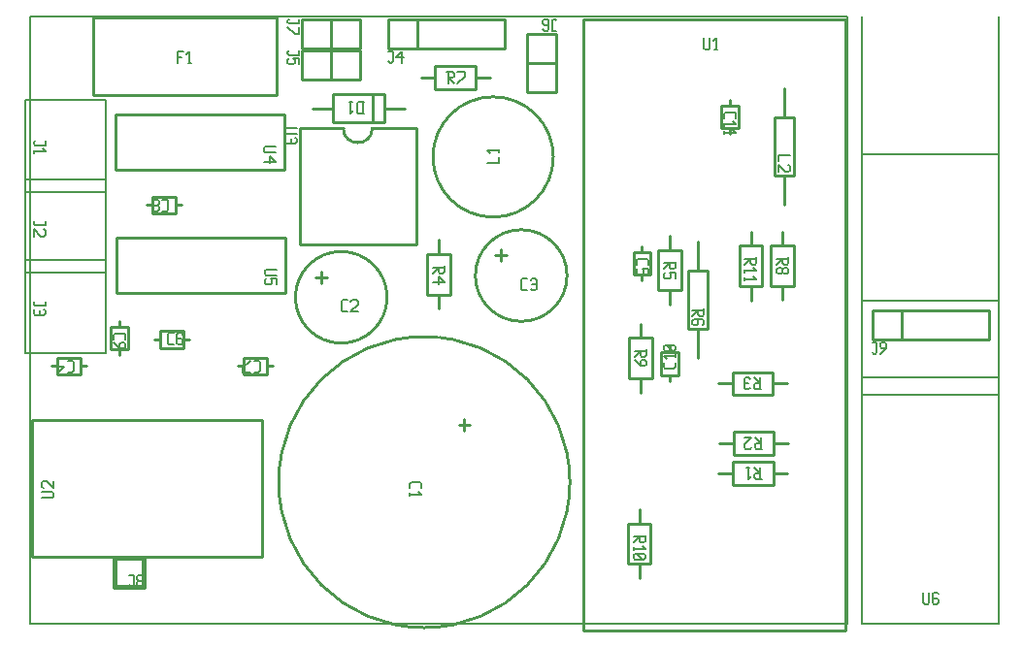
<source format=gbr>
G04 start of page 7 for group -4079 idx -4079 *
G04 Title: (unknown), topsilk *
G04 Creator: pcb 20140316 *
G04 CreationDate: Sun 28 Jan 2018 11:29:02 PM GMT UTC *
G04 For: jeff *
G04 Format: Gerber/RS-274X *
G04 PCB-Dimensions (mm): 85.50 53.98 *
G04 PCB-Coordinate-Origin: lower left *
%MOMM*%
%FSLAX43Y43*%
%LNTOPSILK*%
%ADD122C,0.127*%
%ADD121C,0.254*%
%ADD120C,0.381*%
%ADD119C,0.180*%
%ADD118C,0.152*%
%ADD117C,0.178*%
G54D117*X85000Y475D02*Y53475D01*
X73000D02*Y475D01*
Y20475D02*X85000D01*
X73000Y21975D02*X85000D01*
X73000Y28675D02*X85000D01*
X73000Y41475D02*X85000D01*
G54D118*X500Y53475D02*Y475D01*
G54D119*X71750D01*
Y53475D01*
X500D01*
X73000Y475D02*X85000D01*
G54D120*X7850Y6245D02*Y3705D01*
X10390D02*Y6245D01*
X7850Y3705D02*X10390D01*
X7850Y6245D02*X10390D01*
G54D121*X38366Y17841D02*X38866D01*
X38366Y18341D02*Y17341D01*
X37866Y17841D02*X38866D01*
X34866Y25541D02*G75*G03X22166Y12841I0J-12700D01*G01*
G75*G03X34866Y141I12700J0D01*G01*
G75*G03X47566Y12841I0J12700D01*G01*
G75*G03X34866Y25541I-12700J0D01*G01*
X25870Y30225D02*Y31225D01*
Y30725D01*
X25370D01*
X26370D01*
X31620Y28975D02*G75*G03X27620Y32975I-4000J0D01*G01*
Y24975D02*G75*G03X31620Y28975I0J4000D01*G01*
X23620D02*G75*G03X27620Y24975I4000J0D01*G01*
Y32975D02*G75*G03X23620Y28975I0J-4000D01*G01*
X54620Y9225D02*Y5725D01*
X52620D02*X54620D01*
X52620Y9225D02*Y5725D01*
Y9225D02*X54620D01*
X53620Y10475D02*Y9225D01*
Y5725D02*Y4475D01*
X21120Y23725D02*Y22225D01*
X19120Y23725D02*X21120D01*
X19120D02*Y22225D01*
X21120D01*
X18620Y22975D02*X19120D01*
X21120D02*X21620D01*
X11854Y24571D02*Y26071D01*
X13854Y24571D02*X11854D01*
X13854Y26071D02*Y24571D01*
X11854Y26071D02*X13854D01*
X14354Y25321D02*X13854D01*
X11354D02*X11854D01*
X5952Y53376D02*X21954D01*
Y46645D01*
X5952D01*
Y53376D01*
X22644Y44918D02*Y40092D01*
X7912Y44918D02*X22644D01*
X7912D02*Y40092D01*
X22644D01*
X23980Y43745D02*Y33585D01*
X34140D01*
Y43745D01*
X23980D02*X27790D01*
X30330D02*X34140D01*
X27790D02*G75*G03X30330Y43745I1270J0D01*G01*
X7496Y26421D02*X8996D01*
X7496D02*Y24421D01*
X8996D01*
Y26421D02*Y24421D01*
X8246D02*Y23921D01*
Y26921D02*Y26421D01*
X4870Y23725D02*Y22225D01*
X2870Y23725D02*X4870D01*
X2870D02*Y22225D01*
X4870D01*
X2370Y22975D02*X2870D01*
X4870D02*X5370D01*
G54D122*X46Y32221D02*X7046D01*
Y24121D01*
X46D02*X7046D01*
X46Y32221D02*Y24121D01*
Y39221D02*X7046D01*
Y31121D01*
X46D02*X7046D01*
X46Y39221D02*Y31121D01*
Y46221D02*X7046D01*
Y38121D01*
X46D02*X7046D01*
X46Y46221D02*Y38121D01*
G54D121*X13146Y37779D02*Y36279D01*
X11146Y37779D02*X13146D01*
X11146D02*Y36279D01*
X13146D01*
X10646Y37029D02*X11146D01*
X13146D02*X13646D01*
X54714Y25423D02*Y21923D01*
X52714D02*X54714D01*
X52714Y25423D02*Y21923D01*
Y25423D02*X54714D01*
X53714Y26673D02*Y25423D01*
Y21923D02*Y20673D01*
X61738Y20445D02*X65238D01*
X61738Y22445D02*Y20445D01*
Y22445D02*X65238D01*
Y20445D01*
Y21445D02*X66488D01*
X60488D02*X61738D01*
X55550Y22175D02*X57050D01*
Y24175D02*Y22175D01*
X55550Y24175D02*X57050D01*
X55550D02*Y22175D01*
X56300Y24675D02*Y24175D01*
Y22175D02*Y21675D01*
X57283Y33070D02*Y29570D01*
X55283D02*X57283D01*
X55283Y33070D02*Y29570D01*
Y33070D02*X57283D01*
X56283Y34320D02*Y33070D01*
Y29570D02*Y28320D01*
X58734Y33813D02*Y31273D01*
Y26193D02*Y23653D01*
X59572Y31273D02*Y26193D01*
X57896D02*X59572D01*
X57896Y31273D02*Y26193D01*
Y31273D02*X59572D01*
X61796Y12621D02*X65296D01*
X61796Y14621D02*Y12621D01*
Y14621D02*X65296D01*
Y12621D01*
Y13621D02*X66546D01*
X60546D02*X61796D01*
X61846Y15221D02*X65346D01*
X61846Y17221D02*Y15221D01*
Y17221D02*X65346D01*
Y15221D01*
Y16221D02*X66596D01*
X60596D02*X61846D01*
X67120Y33475D02*Y29975D01*
X65120D02*X67120D01*
X65120Y33475D02*Y29975D01*
Y33475D02*X67120D01*
X66120Y34725D02*Y33475D01*
Y29975D02*Y28725D01*
X73930Y25305D02*X84090D01*
Y27845D02*Y25305D01*
X73930Y27845D02*X84090D01*
X73930D02*Y25305D01*
X76470Y27845D02*Y25305D01*
X73930Y27845D02*X76470D01*
X64346Y33463D02*Y29963D01*
X62346D02*X64346D01*
X62346Y33463D02*Y29963D01*
Y33463D02*X64346D01*
X63346Y34713D02*Y33463D01*
Y29963D02*Y28713D01*
X53104Y32936D02*X54604D01*
X53104D02*Y30936D01*
X54604D01*
Y32936D02*Y30936D01*
X53854D02*Y30436D01*
Y33436D02*Y32936D01*
X48697Y-76D02*Y53264D01*
X71557Y-76D02*X48697D01*
X71557Y53264D02*Y-76D01*
X48697Y53264D02*X71557D01*
X66250Y47225D02*Y44685D01*
Y39605D02*Y37065D01*
X67088Y44685D02*Y39605D01*
X65412D02*X67088D01*
X65412Y44685D02*Y39605D01*
Y44685D02*X67088D01*
X60750Y45725D02*X62250D01*
X60750D02*Y43725D01*
X62250D01*
Y45725D02*Y43725D01*
X61500D02*Y43225D01*
Y46225D02*Y45725D01*
X22744Y34218D02*Y29392D01*
X8012Y34218D02*X22744D01*
X8012D02*Y29392D01*
X22744D01*
X674Y6322D02*X20740D01*
Y18260D02*Y6322D01*
X674Y18260D02*X20740D01*
X674D02*Y6322D01*
X31730Y50705D02*X41890D01*
Y53245D02*Y50705D01*
X31730Y53245D02*X41890D01*
X31730D02*Y50705D01*
X34270Y53245D02*Y50705D01*
X31730Y53245D02*X34270D01*
X26870Y46725D02*X31370D01*
X26870Y44225D02*X31370D01*
Y46725D02*Y44225D01*
X30370Y46725D02*Y44225D01*
X26870Y46725D02*Y44225D01*
X31370Y45475D02*X33120D01*
X25120D02*X26870D01*
X35820Y49145D02*X39320D01*
Y47145D01*
X35820D02*X39320D01*
X35820Y49145D02*Y47145D01*
X34570Y48145D02*X35820D01*
X39320D02*X40570D01*
X43860Y51995D02*X46400D01*
X43860D02*Y46915D01*
X46400D01*
Y51995D02*Y46915D01*
X43860Y51995D02*Y49455D01*
X46400D01*
X24190Y50495D02*Y47955D01*
X29270D01*
Y50495D01*
X24190D01*
Y47955D02*X26730D01*
Y50495D01*
X24190Y53245D02*Y50705D01*
X29270D01*
Y53245D01*
X24190D01*
Y50705D02*X26730D01*
Y53245D01*
X37120Y32725D02*Y29225D01*
X35120D02*X37120D01*
X35120Y32725D02*Y29225D01*
Y32725D02*X37120D01*
X36120Y33975D02*Y32725D01*
Y29225D02*Y27975D01*
X41570Y32125D02*Y33125D01*
Y32625D01*
X41070D01*
X42070D01*
X47320Y30875D02*G75*G03X43320Y34875I-4000J0D01*G01*
Y26875D02*G75*G03X47320Y30875I0J4000D01*G01*
X39320D02*G75*G03X43320Y26875I4000J0D01*G01*
Y34875D02*G75*G03X39320Y30875I0J-4000D01*G01*
X35620Y41225D02*G75*G03X40870Y35975I5250J0D01*G01*
Y46475D02*G75*G03X35620Y41225I0J-5250D01*G01*
X46120Y41225D02*G75*G03X40870Y46475I-5250J0D01*G01*
Y35975D02*G75*G03X46120Y41225I0J5250D01*G01*
G54D122*X9120Y4721D02*X9501D01*
Y3832D01*
X9374Y3705D02*X9501Y3832D01*
X9247Y3705D02*X9374D01*
X9120Y3832D02*X9247Y3705D01*
X9806Y3832D02*X9933Y3705D01*
X9806Y4086D02*Y3832D01*
Y4086D02*X9933Y4213D01*
X10187D01*
X10314Y4086D01*
Y3832D01*
X10187Y3705D02*X10314Y3832D01*
X9933Y3705D02*X10187D01*
X9806Y4340D02*X9933Y4213D01*
X9806Y4594D02*Y4340D01*
Y4594D02*X9933Y4721D01*
X10187D01*
X10314Y4594D01*
Y4340D01*
X10187Y4213D02*X10314Y4340D01*
X33596Y12714D02*Y12333D01*
X33723Y12841D02*X33596Y12714D01*
X33723Y12841D02*X34485D01*
X34612Y12714D01*
Y12333D01*
X33596Y11901D02*Y11647D01*
Y11774D02*X34612D01*
X34358Y12028D02*X34612Y11774D01*
X54116Y8225D02*Y7717D01*
X53989Y7590D01*
X53735D02*X53989D01*
X53608Y7717D02*X53735Y7590D01*
X53608Y8098D02*Y7717D01*
X53100Y8098D02*X54116D01*
X53608D02*X53100Y7590D01*
Y7158D02*Y6904D01*
Y7031D02*X54116D01*
X53862Y7285D02*X54116Y7031D01*
X53227Y6599D02*X53100Y6472D01*
X53227Y6599D02*X53989D01*
X54116Y6472D01*
Y6218D01*
X53989Y6091D01*
X53227D02*X53989D01*
X53100Y6218D02*X53227Y6091D01*
X53100Y6472D02*Y6218D01*
X53354Y6599D02*X53862Y6091D01*
X78390Y3207D02*Y2318D01*
X78517Y2191D01*
X78771D01*
X78898Y2318D01*
Y3207D02*Y2318D01*
X79584Y3207D02*X79711Y3080D01*
X79330Y3207D02*X79584D01*
X79203Y3080D02*X79330Y3207D01*
X79203Y3080D02*Y2318D01*
X79330Y2191D01*
X79584Y2699D02*X79711Y2572D01*
X79203Y2699D02*X79584D01*
X79330Y2191D02*X79584D01*
X79711Y2318D01*
Y2572D02*Y2318D01*
X63788Y13125D02*X64296D01*
X63788D02*X63661Y13252D01*
Y13506D02*Y13252D01*
X63788Y13633D02*X63661Y13506D01*
X63788Y13633D02*X64169D01*
Y14141D02*Y13125D01*
Y13633D02*X63661Y14141D01*
X62975D02*X63229D01*
X63102D02*Y13125D01*
X63356Y13379D02*X63102Y13125D01*
X54210Y24423D02*Y23915D01*
X54083Y23788D01*
X53829D02*X54083D01*
X53702Y23915D02*X53829Y23788D01*
X53702Y24296D02*Y23915D01*
X53194Y24296D02*X54210D01*
X53702D02*X53194Y23788D01*
Y23483D02*X53702Y22975D01*
X54083D01*
X54210Y23102D02*X54083Y22975D01*
X54210Y23356D02*Y23102D01*
X54083Y23483D02*X54210Y23356D01*
X53829Y23483D02*X54083D01*
X53829D02*X53702Y23356D01*
Y22975D01*
X63730Y20949D02*X64238D01*
X63730D02*X63603Y21076D01*
Y21330D02*Y21076D01*
X63730Y21457D02*X63603Y21330D01*
X63730Y21457D02*X64111D01*
Y21965D02*Y20949D01*
Y21457D02*X63603Y21965D01*
X63298Y21076D02*X63171Y20949D01*
X62917D02*X63171D01*
X62917D02*X62790Y21076D01*
Y21838D02*Y21076D01*
X62917Y21965D02*X62790Y21838D01*
X62917Y21965D02*X63171D01*
X63298Y21838D02*X63171Y21965D01*
X62790Y21457D02*X63171D01*
X56771Y23294D02*Y22913D01*
X56644Y22786D02*X56771Y22913D01*
X55882Y22786D02*X56644D01*
X55882D02*X55755Y22913D01*
Y23294D02*Y22913D01*
X56771Y23980D02*Y23726D01*
X55755Y23853D02*X56771D01*
X56009Y23599D02*X55755Y23853D01*
X56644Y24285D02*X56771Y24412D01*
X55882Y24285D02*X56644D01*
X55882D02*X55755Y24412D01*
Y24666D02*Y24412D01*
Y24666D02*X55882Y24793D01*
X56644D01*
X56771Y24666D02*X56644Y24793D01*
X56771Y24666D02*Y24412D01*
X56517Y24285D02*X56009Y24793D01*
X59242Y27971D02*Y27463D01*
X59115Y27336D01*
X58861D02*X59115D01*
X58734Y27463D02*X58861Y27336D01*
X58734Y27844D02*Y27463D01*
X58226Y27844D02*X59242D01*
X58734D02*X58226Y27336D01*
X59242Y26650D02*X59115Y26523D01*
X59242Y26904D02*Y26650D01*
X59115Y27031D02*X59242Y26904D01*
X58353Y27031D02*X59115D01*
X58353D02*X58226Y26904D01*
X58734Y26650D02*X58607Y26523D01*
X58734Y27031D02*Y26650D01*
X58226Y26904D02*Y26650D01*
X58353Y26523D01*
X58607D01*
X66616Y32475D02*Y31967D01*
X66489Y31840D01*
X66235D02*X66489D01*
X66108Y31967D02*X66235Y31840D01*
X66108Y32348D02*Y31967D01*
X65600Y32348D02*X66616D01*
X66108D02*X65600Y31840D01*
X65727Y31535D02*X65600Y31408D01*
X65727Y31535D02*X65981D01*
X66108Y31408D01*
Y31154D01*
X65981Y31027D01*
X65727D02*X65981D01*
X65600Y31154D02*X65727Y31027D01*
X65600Y31408D02*Y31154D01*
X66235Y31535D02*X66108Y31408D01*
X66235Y31535D02*X66489D01*
X66616Y31408D01*
Y31154D01*
X66489Y31027D01*
X66235D02*X66489D01*
X66108Y31154D02*X66235Y31027D01*
X73930Y25051D02*X74311D01*
Y24162D01*
X74184Y24035D02*X74311Y24162D01*
X74057Y24035D02*X74184D01*
X73930Y24162D02*X74057Y24035D01*
X74616D02*X75124Y24543D01*
Y24924D02*Y24543D01*
X74997Y25051D02*X75124Y24924D01*
X74743Y25051D02*X74997D01*
X74616Y24924D02*X74743Y25051D01*
X74616Y24924D02*Y24670D01*
X74743Y24543D01*
X75124D01*
X63838Y15725D02*X64346D01*
X63838D02*X63711Y15852D01*
Y16106D02*Y15852D01*
X63838Y16233D02*X63711Y16106D01*
X63838Y16233D02*X64219D01*
Y16741D02*Y15725D01*
Y16233D02*X63711Y16741D01*
X63406Y15852D02*X63279Y15725D01*
X62898D02*X63279D01*
X62898D02*X62771Y15852D01*
Y16106D02*Y15852D01*
X63406Y16741D02*X62771Y16106D01*
Y16741D02*X63406D01*
X63842Y32463D02*Y31955D01*
X63715Y31828D01*
X63461D02*X63715D01*
X63334Y31955D02*X63461Y31828D01*
X63334Y32336D02*Y31955D01*
X62826Y32336D02*X63842D01*
X63334D02*X62826Y31828D01*
Y31396D02*Y31142D01*
Y31269D02*X63842D01*
X63588Y31523D02*X63842Y31269D01*
X62826Y30710D02*Y30456D01*
Y30583D02*X63842D01*
X63588Y30837D02*X63842Y30583D01*
X56779Y32070D02*Y31562D01*
X56652Y31435D01*
X56398D02*X56652D01*
X56271Y31562D02*X56398Y31435D01*
X56271Y31943D02*Y31562D01*
X55763Y31943D02*X56779D01*
X56271D02*X55763Y31435D01*
X56779Y31130D02*Y30622D01*
X56271Y31130D02*X56779D01*
X56271D02*X56398Y31003D01*
Y30749D01*
X56271Y30622D01*
X55890D02*X56271D01*
X55763Y30749D02*X55890Y30622D01*
X55763Y31003D02*Y30749D01*
X55890Y31130D02*X55763Y31003D01*
X53382Y32198D02*Y31817D01*
X53509Y32325D02*X53382Y32198D01*
X53509Y32325D02*X54271D01*
X54398Y32198D01*
Y31817D01*
Y31512D02*Y31004D01*
X53890Y31512D02*X54398D01*
X53890D02*X54017Y31385D01*
Y31131D01*
X53890Y31004D01*
X53509D02*X53890D01*
X53382Y31131D02*X53509Y31004D01*
X53382Y31385D02*Y31131D01*
X53509Y31512D02*X53382Y31385D01*
X13318Y50455D02*Y49439D01*
Y50455D02*X13826D01*
X13318Y49947D02*X13699D01*
X14258Y49439D02*X14512D01*
X14385Y50455D02*Y49439D01*
X14131Y50201D02*X14385Y50455D01*
X31730Y50451D02*X32111D01*
Y49562D01*
X31984Y49435D02*X32111Y49562D01*
X31857Y49435D02*X31984D01*
X31730Y49562D02*X31857Y49435D01*
X32416Y49943D02*X32924Y50451D01*
X32416Y49943D02*X33051D01*
X32924Y50451D02*Y49435D01*
X29493Y45995D02*Y44979D01*
X29112D02*X28985Y45106D01*
Y45868D02*Y45106D01*
X29112Y45995D02*X28985Y45868D01*
X29112Y45995D02*X29620D01*
X29112Y44979D02*X29620D01*
X28299Y45995D02*X28553D01*
X28426D02*Y44979D01*
X28680Y45233D02*X28426Y44979D01*
X20993Y42124D02*X21882D01*
X20993D02*X20866Y41997D01*
Y41743D01*
X20993Y41616D01*
X21882D01*
X21374Y41311D02*X21882Y40803D01*
X21374Y41311D02*Y40676D01*
X20866Y40803D02*X21882D01*
X36820Y48641D02*X37328D01*
X37455Y48514D01*
Y48260D01*
X37328Y48133D02*X37455Y48260D01*
X36947Y48133D02*X37328D01*
X36947Y48641D02*Y47625D01*
Y48133D02*X37455Y47625D01*
X37760D02*X38395Y48260D01*
Y48641D02*Y48260D01*
X37760Y48641D02*X38395D01*
X21093Y31424D02*X21982D01*
X21093D02*X20966Y31297D01*
Y31043D01*
X21093Y30916D01*
X21982D01*
Y30611D02*Y30103D01*
X21474Y30611D02*X21982D01*
X21474D02*X21601Y30484D01*
Y30230D01*
X21474Y30103D01*
X21093D02*X21474D01*
X20966Y30230D02*X21093Y30103D01*
X20966Y30484D02*Y30230D01*
X21093Y30611D02*X20966Y30484D01*
X7775Y25683D02*Y25302D01*
X7902Y25810D02*X7775Y25683D01*
X7902Y25810D02*X8664D01*
X8791Y25683D01*
Y25302D01*
X7775Y24997D02*X8283Y24489D01*
X8664D01*
X8791Y24616D02*X8664Y24489D01*
X8791Y24870D02*Y24616D01*
X8664Y24997D02*X8791Y24870D01*
X8410Y24997D02*X8664D01*
X8410D02*X8283Y24870D01*
Y24489D01*
X12027Y37500D02*X12408D01*
X12535Y37373D02*X12408Y37500D01*
X12535Y37373D02*Y36611D01*
X12408Y36484D01*
X12027D02*X12408D01*
X11722Y37373D02*X11595Y37500D01*
X11722Y37373D02*Y37119D01*
X11595Y36992D01*
X11341D02*X11595D01*
X11341D02*X11214Y37119D01*
Y37373D02*Y37119D01*
X11341Y37500D02*X11214Y37373D01*
X11341Y37500D02*X11595D01*
X11722Y36865D02*X11595Y36992D01*
X11722Y36865D02*Y36611D01*
X11595Y36484D01*
X11341D02*X11595D01*
X11341D02*X11214Y36611D01*
Y36865D02*Y36611D01*
X11341Y36992D02*X11214Y36865D01*
X20001Y23446D02*X20382D01*
X20509Y23319D02*X20382Y23446D01*
X20509Y23319D02*Y22557D01*
X20382Y22430D01*
X20001D02*X20382D01*
X19696Y23446D02*X19061Y22811D01*
Y22430D01*
X19696D01*
X1515Y11485D02*X2404D01*
X2531Y11612D01*
Y11866D02*Y11612D01*
Y11866D02*X2404Y11993D01*
X1515D02*X2404D01*
X1642Y12298D02*X1515Y12425D01*
Y12806D02*Y12425D01*
Y12806D02*X1642Y12933D01*
X1896D01*
X2531Y12298D02*X1896Y12933D01*
X2531D02*Y12298D01*
X3751Y23446D02*X4132D01*
X4259Y23319D02*X4132Y23446D01*
X4259Y23319D02*Y22557D01*
X4132Y22430D01*
X3751D02*X4132D01*
X3446Y22938D02*X2938Y22430D01*
X2811Y22938D02*X3446D01*
X2938Y23446D02*Y22430D01*
X1792Y28621D02*Y28240D01*
X903D02*X1792D01*
X776Y28367D02*X903Y28240D01*
X776Y28494D02*Y28367D01*
X903Y28621D02*X776Y28494D01*
X1665Y27935D02*X1792Y27808D01*
Y27554D01*
X1665Y27427D01*
X903D02*X1665D01*
X776Y27554D02*X903Y27427D01*
X776Y27808D02*Y27554D01*
X903Y27935D02*X776Y27808D01*
X1284D02*Y27427D01*
X1792Y35621D02*Y35240D01*
X903D02*X1792D01*
X776Y35367D02*X903Y35240D01*
X776Y35494D02*Y35367D01*
X903Y35621D02*X776Y35494D01*
X1665Y34935D02*X1792Y34808D01*
Y34427D01*
X1665Y34300D01*
X1411D02*X1665D01*
X776Y34935D02*X1411Y34300D01*
X776Y34935D02*Y34300D01*
X1792Y42621D02*Y42240D01*
X903D02*X1792D01*
X776Y42367D02*X903Y42240D01*
X776Y42494D02*Y42367D01*
X903Y42621D02*X776Y42494D01*
Y41808D02*Y41554D01*
Y41681D02*X1792D01*
X1538Y41935D02*X1792Y41681D01*
X59238Y51613D02*Y50724D01*
X59365Y50597D01*
X59619D01*
X59746Y50724D01*
Y51613D02*Y50724D01*
X60178Y50597D02*X60432D01*
X60305Y51613D02*Y50597D01*
X60051Y51359D02*X60305Y51613D01*
X65742Y41383D02*X66758D01*
X65742D02*Y40875D01*
X66631Y40570D02*X66758Y40443D01*
Y40062D01*
X66631Y39935D01*
X66377D02*X66631D01*
X65742Y40570D02*X66377Y39935D01*
X65742Y40570D02*Y39935D01*
X61029Y44987D02*Y44606D01*
X61156Y45114D02*X61029Y44987D01*
X61156Y45114D02*X61918D01*
X62045Y44987D01*
Y44606D01*
X61029Y44174D02*Y43920D01*
Y44047D02*X62045D01*
X61791Y44301D02*X62045Y44047D01*
X61029Y43488D02*Y43234D01*
Y43361D02*X62045D01*
X61791Y43615D02*X62045Y43361D01*
X12592Y24850D02*X12973D01*
X12465Y24977D02*X12592Y24850D01*
X12465Y25739D02*Y24977D01*
Y25739D02*X12592Y25866D01*
X12973D01*
X13659D02*X13786Y25739D01*
X13405Y25866D02*X13659D01*
X13278Y25739D02*X13405Y25866D01*
X13278Y25739D02*Y24977D01*
X13405Y24850D01*
X13659Y25358D02*X13786Y25231D01*
X13278Y25358D02*X13659D01*
X13405Y24850D02*X13659D01*
X13786Y24977D01*
Y25231D02*Y24977D01*
X46019Y52249D02*X46400D01*
X46019Y53138D02*Y52249D01*
X46146Y53265D02*X46019Y53138D01*
X46146Y53265D02*X46273D01*
X46400Y53138D02*X46273Y53265D01*
X45333Y52249D02*X45206Y52376D01*
X45333Y52249D02*X45587D01*
X45714Y52376D02*X45587Y52249D01*
X45714Y53138D02*Y52376D01*
Y53138D02*X45587Y53265D01*
X45333Y52757D02*X45206Y52884D01*
X45333Y52757D02*X45714D01*
X45333Y53265D02*X45587D01*
X45333D02*X45206Y53138D01*
Y52884D01*
X23936Y50495D02*Y50114D01*
X23047D02*X23936D01*
X22920Y50241D02*X23047Y50114D01*
X22920Y50368D02*Y50241D01*
X23047Y50495D02*X22920Y50368D01*
X23936Y49809D02*Y49301D01*
X23428Y49809D02*X23936D01*
X23428D02*X23555Y49682D01*
Y49428D01*
X23428Y49301D01*
X23047D02*X23428D01*
X22920Y49428D02*X23047Y49301D01*
X22920Y49682D02*Y49428D01*
X23047Y49809D02*X22920Y49682D01*
X22837Y43745D02*X23726D01*
X22837D02*X22710Y43618D01*
Y43364D01*
X22837Y43237D01*
X23726D01*
X23599Y42932D02*X23726Y42805D01*
Y42551D01*
X23599Y42424D01*
X22837D02*X23599D01*
X22710Y42551D02*X22837Y42424D01*
X22710Y42805D02*Y42551D01*
X22837Y42932D02*X22710Y42805D01*
X23218D02*Y42424D01*
X23936Y53245D02*Y52864D01*
X23047D02*X23936D01*
X22920Y52991D02*X23047Y52864D01*
X22920Y53118D02*Y52991D01*
X23047Y53245D02*X22920Y53118D01*
Y52559D02*X23555Y51924D01*
X23936D01*
Y52559D02*Y51924D01*
X27747Y27705D02*X28128D01*
X27620Y27832D02*X27747Y27705D01*
X27620Y28594D02*Y27832D01*
Y28594D02*X27747Y28721D01*
X28128D01*
X28433Y28594D02*X28560Y28721D01*
X28941D01*
X29068Y28594D01*
Y28340D01*
X28433Y27705D02*X29068Y28340D01*
X28433Y27705D02*X29068D01*
X36616Y31725D02*Y31217D01*
X36489Y31090D01*
X36235D02*X36489D01*
X36108Y31217D02*X36235Y31090D01*
X36108Y31598D02*Y31217D01*
X35600Y31598D02*X36616D01*
X36108D02*X35600Y31090D01*
X36108Y30785D02*X36616Y30277D01*
X36108Y30785D02*Y30150D01*
X35600Y30277D02*X36616D01*
X43447Y29605D02*X43828D01*
X43320Y29732D02*X43447Y29605D01*
X43320Y30494D02*Y29732D01*
Y30494D02*X43447Y30621D01*
X43828D01*
X44133Y30494D02*X44260Y30621D01*
X44514D01*
X44641Y30494D01*
Y29732D01*
X44514Y29605D02*X44641Y29732D01*
X44260Y29605D02*X44514D01*
X44133Y29732D02*X44260Y29605D01*
Y30113D02*X44641D01*
X40374Y40725D02*X41390D01*
Y41233D02*Y40725D01*
Y41919D02*Y41665D01*
X40374Y41792D02*X41390D01*
X40628Y41538D02*X40374Y41792D01*
M02*

</source>
